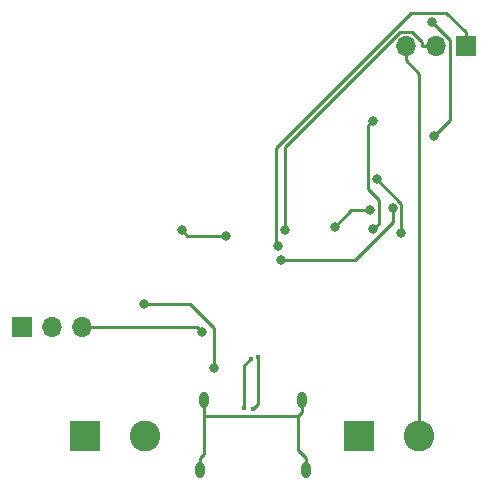
<source format=gbr>
G04 #@! TF.GenerationSoftware,KiCad,Pcbnew,5.1.4-e60b266~84~ubuntu19.04.1*
G04 #@! TF.CreationDate,2020-02-26T10:38:05+11:00*
G04 #@! TF.ProjectId,93ng-blue-aux-esp32-only,39336e67-2d62-46c7-9565-2d6175782d65,rev?*
G04 #@! TF.SameCoordinates,Original*
G04 #@! TF.FileFunction,Copper,L2,Bot*
G04 #@! TF.FilePolarity,Positive*
%FSLAX46Y46*%
G04 Gerber Fmt 4.6, Leading zero omitted, Abs format (unit mm)*
G04 Created by KiCad (PCBNEW 5.1.4-e60b266~84~ubuntu19.04.1) date 2020-02-26 10:38:05*
%MOMM*%
%LPD*%
G04 APERTURE LIST*
%ADD10O,0.800000X1.400000*%
%ADD11C,2.600000*%
%ADD12R,2.600000X2.600000*%
%ADD13R,1.700000X1.700000*%
%ADD14O,1.700000X1.700000*%
%ADD15C,0.800000*%
%ADD16C,0.450000*%
%ADD17C,0.250000*%
G04 APERTURE END LIST*
D10*
X190870000Y-113140000D03*
X199130000Y-113140000D03*
X199490000Y-119090000D03*
X190510000Y-119090000D03*
D11*
X185830000Y-116200000D03*
D12*
X180750000Y-116200000D03*
X204000000Y-116200000D03*
D11*
X209080000Y-116200000D03*
D13*
X175400000Y-107000000D03*
D14*
X177940000Y-107000000D03*
X180480000Y-107000000D03*
D13*
X213000000Y-83200000D03*
D14*
X210460000Y-83200000D03*
X207920000Y-83200000D03*
D15*
X207552500Y-99024000D03*
X205481000Y-94484500D03*
X205189300Y-98714800D03*
X205117100Y-89513200D03*
X210352200Y-90807100D03*
X210101500Y-81137600D03*
X190631900Y-107390600D03*
X197105000Y-100100000D03*
X197694300Y-98759800D03*
X185767500Y-105038600D03*
X191673700Y-110457200D03*
D16*
X195417000Y-109495000D03*
X195000000Y-113900000D03*
X194800000Y-109700000D03*
X194267000Y-113819000D03*
D15*
X206827900Y-96945100D03*
X197388100Y-101325000D03*
X201889700Y-98480300D03*
X204897800Y-97098700D03*
X192718900Y-99266500D03*
X188934700Y-98777400D03*
D17*
X199130000Y-113140000D02*
X199130000Y-114165300D01*
X199490000Y-119090000D02*
X199490000Y-118064700D01*
X198792600Y-114502700D02*
X198792600Y-117367300D01*
X198792600Y-117367300D02*
X199490000Y-118064700D01*
X198792600Y-114502700D02*
X199130000Y-114165300D01*
X190510000Y-119090000D02*
X190510000Y-118064700D01*
X190870000Y-114502700D02*
X198792600Y-114502700D01*
X190870000Y-113140000D02*
X190870000Y-114502700D01*
X190870000Y-114502700D02*
X190870000Y-117704700D01*
X190870000Y-117704700D02*
X190510000Y-118064700D01*
X209080000Y-116200000D02*
X209080000Y-85535300D01*
X209080000Y-85535300D02*
X207920000Y-84375300D01*
X207920000Y-83200000D02*
X207920000Y-84375300D01*
X205481000Y-94484500D02*
X207553300Y-96556800D01*
X207553300Y-96556800D02*
X207553300Y-99023200D01*
X207553300Y-99023200D02*
X207552500Y-99024000D01*
X205117100Y-89513200D02*
X204746400Y-89883900D01*
X204746400Y-89883900D02*
X204746400Y-95295900D01*
X204746400Y-95295900D02*
X205650800Y-96200300D01*
X205650800Y-96200300D02*
X205650800Y-98253300D01*
X205650800Y-98253300D02*
X205189300Y-98714800D01*
X210352200Y-90807100D02*
X211667800Y-89491500D01*
X211667800Y-89491500D02*
X211667800Y-82703900D01*
X211667800Y-82703900D02*
X210101500Y-81137600D01*
X180480000Y-107000000D02*
X190241300Y-107000000D01*
X190241300Y-107000000D02*
X190631900Y-107390600D01*
X213000000Y-83200000D02*
X213000000Y-82024700D01*
X213000000Y-82024700D02*
X211339900Y-80364600D01*
X211339900Y-80364600D02*
X208397100Y-80364600D01*
X208397100Y-80364600D02*
X196969000Y-91792700D01*
X196969000Y-91792700D02*
X196969000Y-99964000D01*
X196969000Y-99964000D02*
X197105000Y-100100000D01*
X210460000Y-83200000D02*
X209284700Y-83200000D01*
X209284700Y-83200000D02*
X209284700Y-82832700D01*
X209284700Y-82832700D02*
X208438600Y-81986600D01*
X208438600Y-81986600D02*
X207471100Y-81986600D01*
X207471100Y-81986600D02*
X197694300Y-91763400D01*
X197694300Y-91763400D02*
X197694300Y-98759800D01*
X185767500Y-105038600D02*
X189618800Y-105038600D01*
X189618800Y-105038600D02*
X191673700Y-107093500D01*
X191673700Y-107093500D02*
X191673700Y-110457200D01*
X195417000Y-109495000D02*
X195417000Y-113483000D01*
X195417000Y-113483000D02*
X195000000Y-113900000D01*
X194800000Y-109700000D02*
X194267000Y-110233000D01*
X194267000Y-110233000D02*
X194267000Y-113819000D01*
X206827900Y-96945100D02*
X206827900Y-98113100D01*
X206827900Y-98113100D02*
X203616000Y-101325000D01*
X203616000Y-101325000D02*
X197388100Y-101325000D01*
X204897800Y-97098700D02*
X203271300Y-97098700D01*
X203271300Y-97098700D02*
X201889700Y-98480300D01*
X192718900Y-99266500D02*
X189423800Y-99266500D01*
X189423800Y-99266500D02*
X188934700Y-98777400D01*
M02*

</source>
